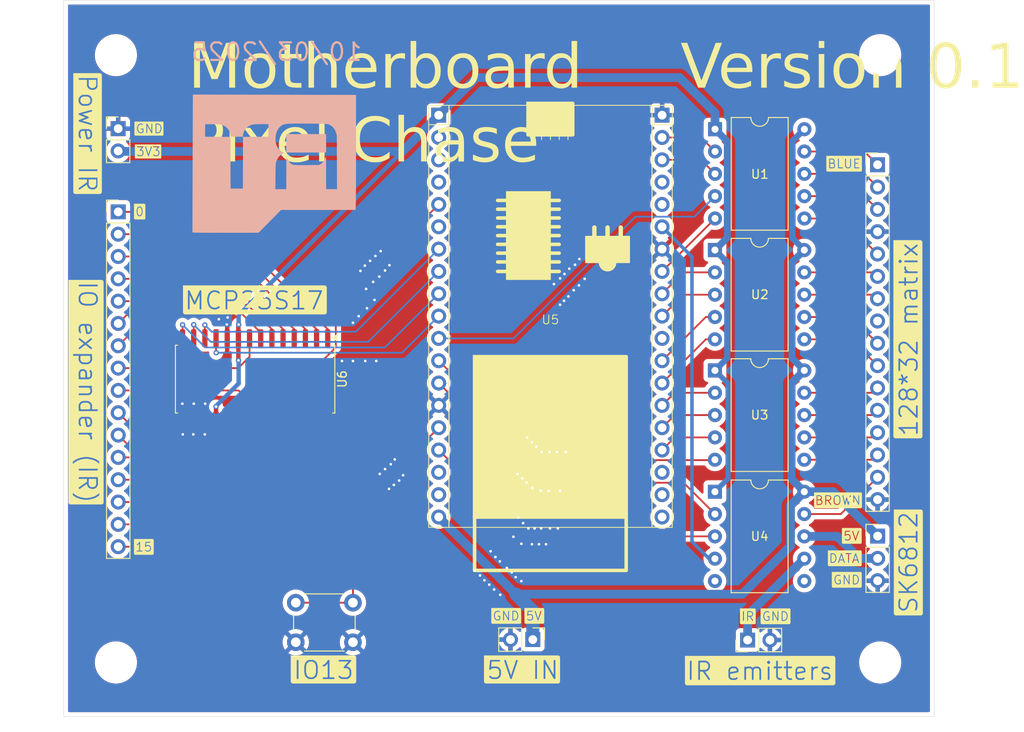
<source format=kicad_pcb>
(kicad_pcb (version 20240108) (generator "pcbnew") (generator_version "8.0")
  (layers (0 "F.Cu" signal) (31 "B.Cu" signal) (34 "B.Paste" user) (35 "F.Paste" user) (36 "B.SilkS" user "B.Silkscreen") (37 "F.SilkS" user "F.Silkscreen") (38 "B.Mask" user) (39 "F.Mask" user) (44 "Edge.Cuts" user))
  (net 0 "")
  (net 1 "+5V")
  (net 2 "GND")
  (net 3 "Net-(J2-Pin_1)")
  (net 4 "+3V3")
  (net 5 "Net-(J2-Pin_3)")
  (net 6 "Net-(J2-Pin_2)")
  (net 7 "Net-(J4-Pin_16)")
  (net 8 "Net-(J4-Pin_5)")
  (net 9 "SPI_CS")
  (net 10 "Net-(J4-Pin_3)")
  (net 11 "Net-(J4-Pin_6)")
  (net 12 "INTERRUPT")
  (net 13 "Net-(J4-Pin_8)")
  (net 14 "SPI_SCK")
  (net 15 "Net-(J4-Pin_13)")
  (net 16 "Net-(J4-Pin_4)")
  (net 17 "SPI_MISO")
  (net 18 "Net-(J4-Pin_12)")
  (net 19 "SPI_MOSI")
  (net 20 "Net-(J4-Pin_1)")
  (net 21 "Net-(J4-Pin_11)")
  (net 22 "Net-(J4-Pin_14)")
  (net 23 "Net-(J4-Pin_7)")
  (net 24 "Net-(J4-Pin_9)")
  (net 25 "Net-(J4-Pin_2)")
  (net 26 "Net-(J4-Pin_15)")
  (net 27 "Net-(J4-Pin_10)")
  (net 29 "Net-(J2-Pin_5)")
  (net 30 "Net-(U5-D13)")
  (net 31 "Net-(U1-L1)")
  (net 32 "Net-(U1-L4)")
  (net 33 "Net-(U1-L2)")
  (net 34 "B0")
  (net 35 "Net-(J2-Pin_9)")
  (net 36 "Net-(J2-Pin_15)")
  (net 37 "Net-(J2-Pin_10)")
  (net 38 "Net-(J2-Pin_11)")
  (net 39 "Net-(J2-Pin_14)")
  (net 40 "Net-(J2-Pin_12)")
  (net 41 "Net-(J2-Pin_13)")
  (net 42 "Net-(J2-Pin_6)")
  (net 43 "Net-(J2-Pin_7)")
  (net 44 "Net-(J3-Pin_2)")
  (net 45 "Net-(J6-Pin_1)")
  (net 46 "Net-(U2-L4)")
  (net 47 "Net-(U2-L1)")
  (net 48 "Net-(U2-L3)")
  (net 49 "Net-(U2-L2)")
  (net 50 "Net-(U3-L2)")
  (net 51 "Net-(U3-L1)")
  (net 52 "Net-(U3-L3)")
  (net 53 "LATCH")
  (net 55 "OE")
  (net 57 "IR_LED")
  (net 58 "SK6812")
  (footprint "Button_Switch_THT:SW_PUSH_6mm" (layer "F.Cu") (at 149.25 136.95 180)
    (property "Reference" "SW1" (hide yes))
    (property "Value" "SW_Push")
  )
  (footprint "Connector_PinHeader_2.54mm:PinHeader_1x02_P2.54mm_Vertical" (layer "F.Cu") (at 122.5525 78.51)
    (property "Reference" "J5" (hide yes))
    (property "Value" "Conn_01x02_3V3+GND IR_receivers")
  )
  (footprint "Connector_PinHeader_2.54mm:PinHeader_1x02_P2.54mm_Vertical" (layer "F.Cu") (at 194.125 136.7 90)
    (property "Reference" "J6" (hide yes))
    (property "Value" "Conn_01x02_IR_emitters")
  )
  (footprint "Package_DIP:DIP-10_W10.16mm" (layer "F.Cu") (at 190.41 119.825)
    (property "Reference" "U4")
    (property "Value" "~")
  )
  (footprint "Connector_PinHeader_2.54mm:PinHeader_1x16_P2.54mm_Vertical" (layer "F.Cu") (at 208.9 82.62)
    (property "Reference" "J2" (hide yes))
    (property "Value" "Conn_01x16_Matrix")
  )
  (footprint "Connector_PinHeader_2.54mm:PinHeader_1x03_P2.54mm_Vertical" (layer "F.Cu") (at 208.91 124.87)
    (property "Reference" "J3" (hide yes))
    (property "Value" "Conn_01x03_SK6812")
  )
  (footprint "Package_DIP:DIP-10_W10.16mm" (layer "F.Cu") (at 190.41 106.025)
    (property "Reference" "U3")
    (property "Value" "~")
  )
  (footprint "Package_SO:SOIC-28W_7.5x17.9mm_P1.27mm" (layer "F.Cu") (at 138.1275 107.01 -90)
    (property "Reference" "U6")
    (property "Value" "MCP23S17_SO")
  )
  (footprint "Package_DIP:DIP-10_W10.16mm" (layer "F.Cu") (at 190.42 78.575)
    (property "Reference" "U1")
    (property "Value" "~")
  )
  (footprint "MountingHole:MountingHole_4.3mm_M4" (layer "F.Cu") (at 209.2 139.25)
    (property "Reference" "H3" (hide yes))
    (property "Value" "MountingHole")
  )
  (footprint "MountingHole:MountingHole_4.3mm_M4" (layer "F.Cu") (at 209.2 70.15)
    (property "Reference" "H2" (hide yes))
    (property "Value" "MountingHole")
  )
  (footprint "MountingHole:MountingHole_4.3mm_M4" (layer "F.Cu") (at 122.3 139.25)
    (property "Reference" "H4" (hide yes))
    (property "Value" "MountingHole")
  )
  (footprint "custom symbols:esp32 dev module" (layer "F.Cu") (at 171.7 94.76)
    (property "Reference" "U5")
    (property "Value" "ESP32-S3 dev module")
  )
  (footprint "Connector_PinHeader_2.54mm:PinHeader_1x16_P2.54mm_Vertical" (layer "F.Cu") (at 122.5625 87.98)
    (property "Reference" "J4" (hide yes))
    (property "Value" "Conn_01x16_IR_receivers")
  )
  (footprint "Connector_PinHeader_2.54mm:PinHeader_1x02_P2.54mm_Vertical" (layer "F.Cu") (at 169.7 136.65 -90)
    (property "Reference" "J1" (hide yes))
    (property "Value" "Conn_01x02_5V_IN")
  )
  (footprint "MountingHole:MountingHole_4.3mm_M4" (layer "F.Cu") (at 122.3 70.15)
    (property "Reference" "H1" (hide yes))
    (property "Value" "MountingHole")
  )
  (footprint "Package_DIP:DIP-10_W10.16mm" (layer "F.Cu") (at 190.41 92.325)
    (property "Reference" "U2")
    (property "Value" "~")
  )
  (footprint "custom symbols:raphatech" (layer "B.Cu") (at 140.36773 81.998598 180)
    (property "Reference" "G***" (hide yes))
    (property "Value" "LOGO" (hide yes))
  )
  (gr_rect (start 211 122.1) (end 213.8 133.65) (stroke (width 0.5)) (fill none) (layer "F.SilkS"))
  (gr_rect (start 124.5 87.2) (end 125.5 88.7) (stroke (width 0.3)) (fill none) (layer "F.SilkS"))
  (gr_rect (start 201.825 120.05) (end 206.975 121.55) (stroke (width 0.3)) (fill none) (layer "F.SilkS"))
  (gr_rect (start 187.25 138.75) (end 203.85 141.6) (stroke (width 0.5)) (fill none) (layer "F.SilkS"))
  (gr_rect (start 117.15 95.975) (end 120.65 121.025) (stroke (width 0.5)) (fill none) (layer "F.SilkS"))
  (gr_rect (start 203.85 129.1) (end 206.95 130.6) (stroke (width 0.3)) (fill none) (layer "F.SilkS"))
  (gr_rect (start 203.4 126.65) (end 206.95 128.15) (stroke (width 0.3)) (fill none) (layer "F.SilkS"))
  (gr_rect (start 193.4 133.25) (end 194.9 134.75) (stroke (width 0.3)) (fill none) (layer "F.SilkS"))
  (gr_rect (start 142.425 138.7) (end 149.375 141.4) (stroke (width 0.5)) (fill none) (layer "F.SilkS"))
  (gr_rect (start 117.7 72.45) (end 120.45 85.7) (stroke (width 0.5)) (fill none) (layer "F.SilkS"))
  (gr_rect (start 124.5 125.35) (end 126.45 126.85) (stroke (width 0.3)) (fill none) (layer "F.SilkS"))
  (gr_rect (start 210.95 91.45) (end 213.75 113.5) (stroke (width 0.5)) (fill none) (layer "F.SilkS"))
  (gr_rect (start 165.125 133.2) (end 168.225 134.7) (stroke (width 0.3)) (fill none) (layer "F.SilkS"))
  (gr_rect (start 195.75 133.25) (end 198.85 134.75) (stroke (width 0.3)) (fill none) (layer "F.SilkS"))
  (gr_rect (start 203.225 81.75) (end 206.975 83.25) (stroke (width 0.3)) (fill none) (layer "F.SilkS"))
  (gr_rect (start 168.9 133.2) (end 170.85 134.7) (stroke (width 0.3)) (fill none) (layer "F.SilkS"))
  (gr_rect (start 164.4 138.7) (end 172.55 141.4) (stroke (width 0.5)) (fill none) (layer "F.SilkS"))
  (gr_rect (start 205 124.1) (end 206.95 125.6) (stroke (width 0.3)) (fill none) (layer "F.SilkS"))
  (gr_rect (start 130.175 96.6) (end 146.025 99.4) (stroke (width 0.5)) (fill none) (layer "F.SilkS"))
  (gr_rect (start 116.35 63.9) (end 215.35 145.4) (stroke (width 0.05)) (fill none) (layer "Edge.Cuts"))
  (gr_text "10/03/2025" (at 150.45 70.95 0) (layer "B.SilkS") (effects (font (size 2 2) (thickness 0.25)) (justify left bottom mirror)))
  (gr_text "IO expander (IR)" (at 117.9 95.75 270) (layer "F.SilkS" knockout) (effects (font (size 2 2) (thickness 0.2)) (justify left bottom)))
  (gr_text "DATA" (at 203.3 128 0) (layer "F.SilkS" knockout) (effects (font (size 1 1) (thickness 0.1)) (justify left bottom)))
  (gr_text "GND" (at 165.075 134.55 0) (layer "F.SilkS" knockout) (effects (font (size 1 1) (thickness 0.1)) (justify left bottom)))
  (gr_text "GND" (at 195.7 134.6 0) (layer "F.SilkS" knockout) (effects (font (size 1 1) (thickness 0.1)) (justify left bottom)))
  (gr_text "SK6812" (at 213.6 133.75 90) (layer "F.SilkS" knockout) (effects (font (size 2 2) (thickness 0.2)) (justify left bottom)))
  (gr_text "MCP23S17" (at 129.975 99.25 0) (layer "F.SilkS" knockout) (effects (font (size 2 2) (thickness 0.2)) (justify left bottom)))
  (gr_text "5V IN" (at 164.325 141.3 0) (layer "F.SilkS" knockout) (effects (font (size 2 2) (thickness 0.2)) (justify left bottom)))
  (gr_text "5V" (at 204.95 125.45 0) (layer "F.SilkS" knockout) (effects (font (size 1 1) (thickness 0.1)) (justify left bottom)))
  (gr_text "15" (at 124.45 126.7 0) (layer "F.SilkS" knockout) (effects (font (size 1 1) (thickness 0.1)) (justify left bottom)))
  (gr_text "0" (at 124.45 88.55 0) (layer "F.SilkS" knockout) (effects (font (size 1 1) (thickness 0.1)) (justify left bottom)))
  (gr_text "IR emitters" (at 187.05 141.4 0) (layer "F.SilkS" knockout) (effects (font (size 2 2) (thickness 0.2)) (justify left bottom)))
  (gr_text "GND" (at 203.8 130.45 0) (layer "F.SilkS" knockout) (effects (font (size 1 1) (thickness 0.1)) (justify left bottom)))
  (gr_text "128*32 matrix" (at 213.625 113.65 90) (layer "F.SilkS" knockout) (effects (font (size 2 2) (thickness 0.2)) (justify left bottom)))
  (gr_text "BLUE" (at 203.15 83.1 0) (layer "F.SilkS" knockout) (effects (font (size 1 1) (thickness 0.1)) (justify left bottom)))
  (gr_text "Motherboard     Version 0.1\nPixel Chase\n" (at 130.5 83.1 0) (layer "F.SilkS") (effects (font (size 5 5) (thickness 0.1)) (justify left bottom)))
  (gr_text "Power IR" (at 117.9 72.25 270) (layer "F.SilkS" knockout) (effects (font (size 2 2) (thickness 0.2)) (justify left bottom)))
  (gr_text "BROWN" (at 201.7 121.4 0) (layer "F.SilkS" knockout) (effects (font (size 1 1) (thickness 0.1)) (justify left bottom)))
  (gr_text "IR" (at 193.35 134.6 0) (layer "F.SilkS" knockout) (effects (font (size 1 1) (thickness 0.1)) (justify left bottom)))
  (gr_text "5V" (at 168.85 134.55 0) (layer "F.SilkS" knockout) (effects (font (size 1 1) (thickness 0.1)) (justify left bottom)))
  (gr_text "IO13" (at 142.35 141.3 0) (layer "F.SilkS" knockout) (effects (font (size 2 2) (thickness 0.2)) (justify left bottom)))
  (segment (start 159 122.7) (end 167.785 131.485) (width 1) (layer "B.Cu") (net 1))
  (segment (start 199.17 104.625) (end 200.57 106.025) (width 0.8) (layer "B.Cu") (net 1))
  (segment (start 199.12 107.475) (end 199.12 118.375) (width 0.9) (layer "B.Cu") (net 1))
  (segment (start 199 126) (end 199 121.395) (width 1) (layer "B.Cu") (net 1))
  (segment (start 200.57 92.325) (end 199.17 93.725) (width 0.8) (layer "B.Cu") (net 1))
  (segment (start 199.23 79.925) (end 199.23 90.985) (width 0.7) (layer "B.Cu") (net 1))
  (segment (start 203.865 119.825) (end 208.91 124.87) (width 1) (layer "B.Cu") (net 1))
  (segment (start 200.57 106.025) (end 199.12 107.475) (width 0.9) (layer "B.Cu") (net 1))
  (segment (start 199.23 90.985) (end 200.57 92.325) (width 0.7) (layer "B.Cu") (net 1))
  (segment (start 169.7 133.4) (end 169.7 136.65) (width 1.5) (layer "B.Cu") (net 1))
  (segment (start 199.12 118.375) (end 200.57 119.825) (width 0.9) (layer "B.Cu") (net 1))
  (segment (start 200.58 78.575) (end 199.23 79.925) (width 0.7) (layer "B.Cu") (net 1))
  (segment (start 199.17 93.725) (end 199.17 104.625) (width 0.8) (layer "B.Cu") (net 1))
  (segment (start 200.57 119.825) (end 203.865 119.825) (width 1) (layer "B.Cu") (net 1))
  (segment (start 193.515 131.485) (end 199 126) (width 1) (layer "B.Cu") (net 1))
  (segment (start 167.785 131.485) (end 193.515 131.485) (width 1) (layer "B.Cu") (net 1))
  (segment (start 199 121.395) (end 200.57 119.825) (width 1) (layer "B.Cu") (net 1))
  (segment (start 167.785 131.485) (end 169.7 133.4) (width 1.5) (layer "B.Cu") (net 1))
  (via (at 163.7 129.35) (size 0.6) (drill 0.3) (layers "F.Cu" "B.Cu") (net 2))
  (via (at 170.1 114.7) (size 0.6) (drill 0.3) (layers "F.Cu" "B.Cu") (net 2))
  (via (at 165.3 130.95) (size 0.6) (drill 0.3) (layers "F.Cu" "B.Cu") (net 2))
  (via (at 168.5 118.3) (size 0.6) (drill 0.3) (layers "F.Cu" "B.Cu") (net 2))
  (via (at 173.3 95.05) (size 0.6) (drill 0.3) (layers "F.Cu" "B.Cu") (net 2))
  (via (at 168.05 122.75) (size 0.6) (drill 0.3) (layers "F.Cu" "B.Cu") (net 2))
  (via (at 171.2 125.8) (size 0.6) (drill 0.3) (layers "F.Cu" "B.Cu") (net 2))
  (via (at 151.7 98) (size 0.6) (drill 0.3) (layers "F.Cu" "B.Cu") (net 2))
  (via (at 170.65 124) (size 0.6) (drill 0.3) (layers "F.Cu" "B.Cu") (net 2))
  (via (at 173.75 97.6) (size 0.6) (drill 0.3) (layers "F.Cu" "B.Cu") (net 2))
  (via (at 134.9 100.8) (size 0.6) (drill 0.3) (layers "F.Cu" "B.Cu") (net 2))
  (via (at 171.6 115.3) (size 0.6) (drill 0.3) (layers "F.Cu" "B.Cu") (net 2))
  (via (at 168.4 130) (size 0.6) (drill 0.3) (layers "F.Cu" "B.Cu") (net 2))
  (via (at 164.75 130.4) (size 0.6) (drill 0.3) (layers "F.Cu" "B.Cu") (net 2))
  (via (at 174.95 96.35) (size 0.6) (drill 0.3) (layers "F.Cu" "B.Cu") (net 2))
  (via (at 165.45 127.25) (size 0.6) (drill 0.3) (layers "F.Cu" "B.Cu") (net 2))
  (via (at 174.5 94) (size 0.6) (drill 0.3) (layers "F.Cu" "B.Cu") (net 2))
  (via (at 131.1525 109.81) (size 0.6) (drill 0.3) (layers "F.Cu" "B.Cu") (net 2))
  (via (at 168.6 123.4) (size 0.6) (drill 0.3) (layers "F.Cu" "B.Cu") (net 2))
  (via (at 152.9 117.25) (size 0.6) (drill 0.3) (layers "F.Cu" "B.Cu") (net 2))
  (via (at 169.6 125.8) (size 0.6) (drill 0.3) (layers "F.Cu" "B.Cu") (net 2))
  (via (at 173.45 115.3) (size 0.6) (drill 0.3) (layers "F.Cu" "B.Cu") (net 2))
  (via (at 167.5 124.95) (size 0.6) (drill 0.3) (layers "F.Cu" "B.Cu") (net 2))
  (via (at 164.2 129.9) (size 0.6) (drill 0.3) (layers "F.Cu" "B.Cu") (net 2))
  (via (at 152.25 95.35) (size 0.6) (drill 0.3) (layers "F.Cu" "B.Cu") (net 2))
  (via (at 169 118.8) (size 0.6) (drill 0.3) (layers "F.Cu" "B.Cu") (net 2))
  (via (at 174.35 96.9) (size 0.6) (drill 0.3) (layers "F.Cu" "B.Cu") (net 2))
  (via (at 153.55 116.7) (size 0.6) (drill 0.3) (layers "F.Cu" "B.Cu") (net 2))
  (via (at 169.9 124) (size 0.6) (drill 0.3) (layers "F.Cu" "B.Cu") (net 2))
  (via (at 172.55 124) (size 0.6) (drill 0.3) (layers "F.Cu" "B.Cu") (net 2))
  (via (at 166 131.55) (size 0.6) (drill 0.3) (layers "F.Cu" "B.Cu") (net 2))
  (via (at 152.9 94.65) (size 0.6) (drill 0.3) (layers "F.Cu" "B.Cu") (net 2))
  (via (at 151.8 93) (size 0.6) (drill 0.3) (layers "F.Cu" "B.Cu") (net 2))
  (via (at 173.85 94.45) (size 0.6) (drill 0.3) (layers "F.Cu" "B.Cu") (net 2))
  (via (at 169.05 113.65) (size 0.6) (drill 0.3) (layers "F.Cu" "B.Cu") (net 2))
  (via (at 172.8 95.55) (size 0.6) (drill 0.3) (layers "F.Cu" "B.Cu") (net 2))
  (via (at 170.7 115.3) (size 0.6) (drill 0.3) (layers "F.Cu" "B.Cu") (net 2))
  (via (at 150.1 94.7) (size 0.6) (drill 0.3) (layers "F.Cu" "B.Cu") (net 2))
  (via (at 148 104.95) (size 0.6) (drill 0.3) (layers "F.Cu" "B.Cu") (net 2))
  (via (at 169.65 119.4) (size 0.6) (drill 0.3) (layers "F.Cu" "B.Cu") (net 2))
  (via (at 153.35 119.5) (size 0.6) (drill 0.3) (layers "F.Cu" "B.Cu") (net 2))
  (via (at 172.45 115.3) (size 0.6) (drill 0.3) (layers "F.Cu" "B.Cu") (net 2))
  (via (at 151.55 95.95) (size 0.6) (drill 0.3) (layers "F.Cu" "B.Cu") (net 2))
  (via (at 175 93.35) (size 0.6) (drill 0.3) (layers "F.Cu" "B.Cu") (net 2))
  (via (at 129.9 113.3) (size 0.6) (drill 0.3) (layers "F.Cu" "B.Cu") (net 2))
  (via (at 134 100.2) (size 0.6) (drill 0.3) (layers "F.Cu" "B.Cu") (net 2))
  (via (at 135 100) (size 0.6) (drill 0.3) (layers "F.Cu" "B.Cu") (net 2))
  (via (at 168.4 125.75) (size 0.6) (drill 0.3) (layers "F.Cu" "B.Cu") (net 2))
  (via (at 167.75 129.55) (size 0.6) (drill 0.3) (layers "F.Cu" "B.Cu") (net 2))
  (via (at 154.5 118.55) (size 0.6) (drill 0.3) (layers "F.Cu" "B.Cu") (net 2))
  (via (at 129.8525 109.81) (size 0.6) (drill 0.3) (layers "F.Cu" "B.Cu") (net 2))
  (via (at 154.95 117.95) (size 0.6) (drill 0.3) (layers "F.Cu" "B.Cu") (net 2))
  (via (at 132.4525 109.81) (size 0.6) (drill 0.3) (layers "F.Cu" "B.Cu") (net 2))
  (via (at 131.1 113.3) (size 0.6) (drill 0.3) (layers "F.Cu" "B.Cu") (net 2))
  (via (at 175.6 95.6) (size 0.6) (drill 0.3) (layers "F.Cu" "B.Cu") (net 2))
  (via (at 150.75 96.75) (size 0.6) (drill 0.3) (layers "F.Cu" "B.Cu") (net 2))
  (via (at 167.95 117.8) (size 0.6) (drill 0.3) (layers "F.Cu" "B.Cu") (net 2))
  (via (at 169.2 124) (size 0.6) (drill 0.3) (layers "F.Cu" "B.Cu") (net 2))
  (via (at 151.2 93.55) (size 0.6) (drill 0.3) (layers "F.Cu" "B.Cu") (net 2))
  (via (at 153.9 119.05) (size 0.6) (drill 0.3) (layers "F.Cu" "B.Cu") (net 2))
  (via (at 152.4 92.45) (size 0.6) (drill 0.3) (layers "F.Cu" "B.Cu") (net 2))
  (via (at 163.1 128.8) (size 0.6) (drill 0.3) (layers "F.Cu" "B.Cu") (net 2))
  (via (at 171.65 124) (size 0.6) (drill 0.3) (layers "F.Cu" "B.Cu") (net 2))
  (via (at 149.9 99.85) (size 0.6) (drill 0.3) (layers "F.Cu" "B.Cu") (net 2))
  (via (at 150.85 98.95) (size 0.6) (drill 0.3) (layers "F.Cu" "B.Cu") (net 2))
  (via (at 149.25 100.6) (size 0.6) (drill 0.3) (layers "F.Cu" "B.Cu") (net 2))
  (via (at 167.3 129) (size 0.6) (drill 0.3) (layers "F.Cu" "B.Cu") (net 2))
  (via (at 150.65 104.95) (size 0.6) (drill 0.3) (layers "F.Cu" "B.Cu") (net 2))
  (via (at 170.4 125.8) (size 0.6) (drill 0.3) (layers "F.Cu" "B.Cu") (net 2))
  (via (at 171.5 119.75) (size 0.6) (drill 0.3) (layers "F.Cu" "B.Cu") (net 2))
  (via (at 172.8 98.55) (size 0.6) (drill 0.3) (layers "F.Cu" "B.Cu") (net 2))
  (via (at 172.1 96.2) (size 0.6) (drill 0.3) (layers "F.Cu" "B.Cu") (net 2))
  (via (at 132.4 113.3) (size 0.6) (drill 0.3) (layers "F.Cu" "B.Cu") (net 2))
  (via (at 151.9 104.95) (size 0.6) (drill 0.3) (layers "F.Cu" "B.Cu") (net 2))
  (via (at 169.6 114.2) (size 0.6) (drill 0.3) (layers "F.Cu" "B.Cu") (net 2))
  (via (at 173.25 98.1) (size 0.6) (drill 0.3) (layers "F.Cu" "B.Cu") (net 2))
  (via (at 172.8 119.75) (size 0.6) (drill 0.3) (layers "F.Cu" "B.Cu") (net 2))
  (via (at 154 116.15) (size 0.6) (drill 0.3) (layers "F.Cu" "B.Cu") (net 2))
  (via (at 166.75 128.5) (size 0.6) (drill 0.3) (layers "F.Cu" "B.Cu") (net 2))
  (via (at 164.9 126.6) (size 0.6) (drill 0.3) (layers "F.Cu" "B.Cu") (net 2))
  (via (at 165.95 127.75) (size 0.6) (drill 0.3) (layers "F.Cu" "B.Cu") (net 2))
  (via (at 149.25 104.95) (size 0.6) (drill 0.3) (layers "F.Cu" "B.Cu") (net 2))
  (via (at 153.4 94.05) (size 0.6) (drill 0.3) (layers "F.Cu" "B.Cu") (net 2))
  (via (at 170.6 119.7) (size 0.6) (drill 0.3) (layers "F.Cu" "B.Cu") (net 2))
  (via (at 152.3 117.8) (size 0.6) (drill 0.3) (layers "F.Cu" "B.Cu") (net 2))
  (via (at 150.6 94.1) (size 0.6) (drill 0.3) (layers "F.Cu" "B.Cu") (net 2))
  (segment (start 200.58 81.115) (end 207.395 81.115) (width 0.2) (layer "F.Cu") (net 3))
  (segment (start 207.395 81.115) (end 208.9 82.62) (width 0.2) (layer "F.Cu") (net 3))
  (segment (start 136.2225 104.87) (end 136.233235 104.880735) (width 0.5) (layer "F.Cu") (net 4))
  (segment (start 136.2225 102.36) (end 136.2225 100.84) (width 0.5) (layer "F.Cu") (net 4))
  (segment (start 136.2225 102.36) (end 136.2225 104.87) (width 0.5) (layer "F.Cu") (net 4))
  (segment (start 133.6825 111.66) (end 133.6825 110.14) (width 0.5) (layer "F.Cu") (net 4))
  (segment (start 136.2225 100.84) (end 136.2525 100.81) (width 0.2) (layer "F.Cu") (net 4))
  (via (at 136.2525 100.81) (size 0.6) (drill 0.3) (layers "F.Cu" "B.Cu") (net 4))
  (via (at 136.233235 104.880735) (size 0.6) (drill 0.3) (layers "F.Cu" "B.Cu") (net 4))
  (via (at 133.6825 110.14) (size 0.6) (drill 0.3) (layers "F.Cu" "B.Cu") (net 4))
  (segment (start 191.91 107.525) (end 190.41 106.025) (width 0.6) (layer "B.Cu") (net 4))
  (segment (start 191.82 79.975) (end 190.42 78.575) (width 0.8) (layer "B.Cu") (net 4))
  (segment (start 136.2525 107.51) (end 133.6825 110.08) (width 0.5) (layer "B.Cu") (net 4))
  (segment (start 122.5525 81.05) (end 122.6025 81.1) (width 1) (layer "B.Cu") (net 4))
  (segment (start 190.41 119.825) (end 191.91 118.325) (width 0.6) (layer "B.Cu") (net 4))
  (segment (start 191.82 90.915) (end 191.82 79.975) (width 0.8) (layer "B.Cu") (net 4))
  (segment (start 136.2525 99.7275) (end 136.2525 100.81) (width 0.5) (layer "B.Cu") (net 4))
  (segment (start 159 76.98) (end 163.28 72.7) (width 1) (layer "B.Cu") (net 4))
  (segment (start 191.81 93.725) (end 191.81 104.625) (width 0.7) (layer "B.Cu") (net 4))
  (segment (start 122.6025 81.1) (end 154.88 81.1) (width 1) (layer "B.Cu") (net 4))
  (segment (start 191.81 104.625) (end 190.41 106.025) (width 0.7) (layer "B.Cu") (net 4))
  (segment (start 190.41 92.325) (end 191.82 90.915) (width 0.8) (layer "B.Cu") (net 4))
  (segment (start 163.28 72.7) (end 186.4 72.7) (width 1) (layer "B.Cu") (net 4))
  (segment (start 154.88 81.1) (end 159 76.98) (width 1) (layer "B.Cu") (net 4))
  (segment (start 136.2525 104.9) (end 136.2525 107.51) (width 0.5) (layer "B.Cu") (net 4))
  (segment (start 154.88 81.1) (end 136.2525 99.7275) (width 0.5) (layer "B.Cu") (net 4))
  (segment (start 133.6825 110.08) (end 133.6825 110.14) (width 0.5) (layer "B.Cu") (net 4))
  (segment (start 191.91 118.325) (end 191.91 107.525) (width 0.6) (layer "B.Cu") (net 4))
  (segment (start 190.41 92.325) (end 191.81 93.725) (width 0.7) (layer "B.Cu") (net 4))
  (segment (start 136.233235 104.880735) (end 136.2525 104.9) (width 0.5) (layer "B.Cu") (net 4))
  (segment (start 190.42 76.72) (end 190.42 78.575) (width 1) (layer "B.Cu") (net 4))
  (segment (start 186.4 72.7) (end 190.42 76.72) (width 1) (layer "B.Cu") (net 4))
  (segment (start 200.58 86.195) (end 207.395 86.195) (width 0.2) (layer "F.Cu") (net 5))
  (segment (start 207.395 86.195) (end 208.9 87.7) (width 0.2) (layer "F.Cu") (net 5))
  (segment (start 207.395 83.655) (end 208.9 85.16) (width 0.2) (layer "F.Cu") (net 6))
  (segment (start 200.58 83.655) (end 207.395 83.655) (width 0.2) (layer "F.Cu") (net 6))
  (segment (start 146.3825 112.684999) (end 146.3825 111.66) (width 0.2) (layer "F.Cu") (net 7))
  (segment (start 122.5625 126.08) (end 132.987499 126.08) (width 0.2) (layer "F.Cu") (net 7))
  (segment (start 132.987499 126.08) (end 146.3825 112.684999) (width 0.2) (layer "F.Cu") (net 7))
  (segment (start 122.5625 98.14) (end 138.107499 98.14) (width 0.2) (layer "F.Cu") (net 8))
  (segment (start 141.3025 101.335001) (end 141.3025 102.36) (width 0.2) (layer "F.Cu") (net 8))
  (segment (start 138.107499 98.14) (end 141.3025 101.335001) (width 0.2) (layer "F.Cu") (net 8))
  (segment (start 133.6825 102.36) (end 133.6825 103.9925) (width 0.2) (layer "F.Cu") (net 9))
  (segment (start 133.6825 103.9925) (end 133.7 104.01) (width 0.2) (layer "F.Cu") (net 9))
  (via (at 133.7 104.01) (size 0.6) (drill 0.3) (layers "F.Cu" "B.Cu") (net 9))
  (segment (start 154.83 104.01) (end 133.7 104.01) (width 0.2) (layer "B.Cu") (net 9))
  (segment (start 159 99.84) (end 154.83 104.01) (width 0.2) (layer "B.Cu") (net 9))
  (segment (start 122.5625 93.06) (end 135.567499 93.06) (width 0.2) (layer "F.Cu") (net 10))
  (segment (start 143.8425 101.335001) (end 143.8425 102.36) (width 0.2) (layer "F.Cu") (net 10))
  (segment (start 135.567499 93.06) (end 143.8425 101.335001) (width 0.2) (layer "F.Cu") (net 10))
  (segment (start 122.5625 100.68) (end 124.7025 98.54) (width 0.2) (layer "F.Cu") (net 11))
  (segment (start 124.7025 98.54) (end 137.237499 98.54) (width 0.2) (layer "F.Cu") (net 11))
  (segment (start 140.0325 101.335001) (end 140.0325 102.36) (width 0.2) (layer "F.Cu") (net 11))
  (segment (start 137.237499 98.54) (end 140.0325 101.335001) (width 0.2) (layer "F.Cu") (net 11))
  (segment (start 136.985 112.985) (end 136.2225 112.2225) (width 0.2) (layer "F.Cu") (net 12))
  (segment (start 159 87.14) (end 147.3 98.84) (width 0.2) (layer "F.Cu") (net 12))
  (segment (start 147.3 98.84) (end 147.3 103.4) (width 0.2) (layer "F.Cu") (net 12))
  (segment (start 137.833052 112.985) (end 136.985 112.985) (width 0.2) (layer "F.Cu") (net 12))
  (segment (start 141 109.7) (end 138.986948 109.7) (width 0.2) (layer "F.Cu") (net 12))
  (segment (start 136.2225 112.2225) (end 136.2225 111.66) (width 0.2) (layer "F.Cu") (net 12))
  (segment (start 138.0925 112.725552) (end 137.833052 112.985) (width 0.2) (layer "F.Cu") (net 12))
  (segment (start 136.2225 111.66) (end 134.9525 111.66) (width 0.2) (layer "F.Cu") (net 12))
  (segment (start 147.3 103.4) (end 141 109.7) (width 0.2) (layer "F.Cu") (net 12))
  (segment (start 138.986948 109.7) (end 138.0925 110.594448) (width 0.2) (layer "F.Cu") (net 12))
  (segment (start 138.0925 110.594448) (end 138.0925 112.725552) (width 0.2) (layer "F.Cu") (net 12))
  (segment (start 137.4925 102.36) (end 137.4925 104.47) (width 0.2) (layer "F.Cu") (net 13))
  (segment (start 136.2025 105.76) (end 122.5625 105.76) (width 0.2) (layer "F.Cu") (net 13))
  (segment (start 137.4925 104.47) (end 136.2025 105.76) (width 0.2) (layer "F.Cu") (net 13))
  (segment (start 132.4125 100.85) (end 132.4125 102.36) (width 0.2) (layer "F.Cu") (net 14))
  (via (at 132.4125 100.85) (size 0.6) (drill 0.3) (layers "F.Cu" "B.Cu") (net 14))
  (segment (start 133.1825 101.62) (end 149.6 101.62) (width 0.2) (layer "B.Cu") (net 14))
  (segment (start 149.6 101.62) (end 159 92.22) (width 0.2) (layer "B.Cu") (net 14))
  (segment (start 132.4125 100.85) (end 133.1825 101.62) (width 0.2) (layer "B.Cu") (net 14))
  (segment (start 142.5725 112.684999) (end 142.5725 111.66) (width 0.2) (layer "F.Cu") (net 15))
  (segment (start 136.797499 118.46) (end 142.5725 112.684999) (width 0.2) (layer "F.Cu") (net 15))
  (segment (start 122.5625 118.46) (end 136.797499 118.46) (width 0.2) (layer "F.Cu") (net 15))
  (segment (start 142.5725 101.335001) (end 142.5725 102.36) (width 0.2) (layer "F.Cu") (net 16))
  (segment (start 122.5625 95.6) (end 136.837499 95.6) (width 0.2) (layer "F.Cu") (net 16))
  (segment (start 136.837499 95.6) (end 142.5725 101.335001) (width 0.2) (layer "F.Cu") (net 16))
  (segment (start 131.1425 100.82) (end 131.1425 102.36) (width 0.2) (layer "F.Cu") (net 17))
  (via (at 131.1425 100.82) (size 0.6) (drill 0.3) (layers "F.Cu" "B.Cu") (net 17))
  (segment (start 133.0925 102.77) (end 150.99 102.77) (width 0.2) (layer "B.Cu") (net 17))
  (segment (start 131.1425 100.82) (end 133.0925 102.77) (width 0.2) (layer "B.Cu") (net 17))
  (segment (start 150.99 102.77) (end 159 94.76) (width 0.2) (layer "B.Cu") (net 17))
  (segment (start 141.3025 112.684999) (end 141.3025 111.66) (width 0.2) (layer "F.Cu") (net 18))
  (segment (start 138.067499 115.92) (end 141.3025 112.684999) (width 0.2) (layer "F.Cu") (net 18))
  (segment (start 122.5625 115.92) (end 138.067499 115.92) (width 0.2) (layer "F.Cu") (net 18))
  (segment (start 129.8725 100.83) (end 129.8725 102.36) (width 0.2) (layer "F.Cu") (net 19))
  (via (at 129.8725 100.83) (size 0.6) (drill 0.3) (layers "F.Cu" "B.Cu") (net 19))
  (segment (start 152.89 103.41) (end 159 97.3) (width 0.2) (layer "B.Cu") (net 19))
  (segment (start 129.8725 100.83) (end 132.4525 103.41) (width 0.2) (layer "B.Cu") (net 19))
  (segment (start 132.4525 103.41) (end 152.89 103.41) (width 0.2) (layer "B.Cu") (net 19))
  (segment (start 133.027499 87.98) (end 146.3825 101.335001) (width 0.2) (layer "F.Cu") (net 20))
  (segment (start 122.5625 87.98) (end 133.027499 87.98) (width 0.2) (layer "F.Cu") (net 20))
  (segment (start 146.3825 101.335001) (end 146.3825 102.36) (width 0.2) (layer "F.Cu") (net 20))
  (segment (start 122.5625 113.38) (end 124.1825 115) (width 0.2) (layer "F.Cu") (net 21))
  (segment (start 137.717499 115) (end 140.0325 112.684999) (width 0.2) (layer "F.Cu") (net 21))
  (segment (start 124.1825 115) (end 137.717499 115) (width 0.2) (layer "F.Cu") (net 21))
  (segment (start 140.0325 112.684999) (end 140.0325 111.66) (width 0.2) (layer "F.Cu") (net 21))
  (segment (start 143.8425 112.684999) (end 143.8425 111.66) (width 0.2) (layer "F.Cu") (net 22))
  (segment (start 122.5625 121) (end 135.527499 121) (width 0.2) (layer "F.Cu") (net 22))
  (segment (start 135.527499 121) (end 143.8425 112.684999) (width 0.2) (layer "F.Cu") (net 22))
  (segment (start 122.5625 103.22) (end 126.8425 98.94) (width 0.2) (layer "F.Cu") (net 23))
  (segment (start 138.7625 101.72) (end 138.7625 102.36) (width 0.2) (layer "F.Cu") (net 23))
  (segment (start 135.9825 98.94) (end 138.7625 101.72) (width 0.2) (layer "F.Cu") (net 23))
  (segment (start 126.8425 98.94) (end 135.9825 98.94) (width 0.2) (layer "F.Cu") (net 23))
  (segment (start 137.4925 109.55) (end 137.4925 111.66) (width 0.2) (layer "F.Cu") (net 24))
  (segment (start 122.5625 108.3) (end 136.2425 108.3) (width 0.2) (layer "F.Cu") (net 24))
  (segment (start 136.2425 108.3) (end 137.4925 109.55) (width 0.2) (layer "F.Cu") (net 24))
  (segment (start 122.5625 90.52) (end 134.297499 90.52) (width 0.2) (layer "F.Cu") (net 25))
  (segment (start 145.1125 101.335001) (end 145.1125 102.36) (width 0.2) (layer "F.Cu") (net 25))
  (segment (start 134.297499 90.52) (end 145.1125 101.335001) (width 0.2) (layer "F.Cu") (net 25))
  (segment (start 134.257499 123.54) (end 145.1125 112.684999) (width 0.2) (layer "F.Cu") (net 26))
  (segment (start 145.1125 112.684999) (end 145.1125 111.66) (width 0.2) (layer "F.Cu") (net 26))
  (segment (start 122.5625 123.54) (end 134.257499 123.54) (width 0.2) (layer "F.Cu") (net 26))
  (segment (start 122.5625 110.84) (end 125.9225 114.2) (width 0.2) (layer "F.Cu") (net 27))
  (segment (start 137.247499 114.2) (end 138.7625 112.684999) (width 0.2) (layer "F.Cu") (net 27))
  (segment (start 125.9225 114.2) (end 137.247499 114.2) (width 0.2) (layer "F.Cu") (net 27))
  (segment (start 138.7625 112.684999) (end 138.7625 111.66) (width 0.2) (layer "F.Cu") (net 27))
  (segment (start 200.58 88.735) (end 204.855 88.735) (width 0.2) (layer "F.Cu") (net 29))
  (segment (start 204.855 88.735) (end 208.9 92.78) (width 0.2) (layer "F.Cu") (net 29))
  (segment (start 159 112.54) (end 149.25 122.29) (width 0.2) (layer "F.Cu") (net 30))
  (segment (start 149.25 122.29) (end 149.25 132.45) (width 0.2) (layer "F.Cu") (net 30))
  (segment (start 149.25 132.45) (end 142.75 132.45) (width 0.2) (layer "F.Cu") (net 30))
  (segment (start 188.825 79.52) (end 190.42 81.115) (width 0.2) (layer "F.Cu") (net 31))
  (segment (start 184.4 79.52) (end 188.825 79.52) (width 0.2) (layer "F.Cu") (net 31))
  (segment (start 184.4 94.76) (end 190.425 88.735) (width 0.2) (layer "F.Cu") (net 32))
  (segment (start 184.4 82.06) (end 188.825 82.06) (width 0.2) (layer "F.Cu") (net 33))
  (segment (start 188.825 82.06) (end 190.42 83.655) (width 0.2) (layer "F.Cu") (net 33))
  (segment (start 190.42 86.195) (end 188.085 88.53) (width 0.2) (layer "B.Cu") (net 34))
  (segment (start 181.37 88.53) (end 167.52 102.38) (width 0.2) (layer "B.Cu") (net 34))
  (segment (start 167.52 102.38) (end 159 102.38) (width 0.2) (layer "B.Cu") (net 34))
  (segment (start 188.085 88.53) (end 181.37 88.53) (width 0.2) (layer "B.Cu") (net 34))
  (segment (start 205.905 99.945) (end 208.9 102.94) (width 0.2) (layer "F.Cu") (net 35))
  (segment (start 200.57 99.945) (end 205.905 99.945) (width 0.2) (layer "F.Cu") (net 35))
  (segment (start 200.57 122.365) (end 204.715 122.365) (width 0.2) (layer "F.Cu") (net 36))
  (segment (start 204.715 122.365) (end 208.9 118.18) (width 0.2) (layer "F.Cu") (net 36))
  (segment (start 205.905 102.485) (end 208.9 105.48) (width 0.2) (layer "F.Cu") (net 37))
  (segment (start 200.57 102.485) (end 205.905 102.485) (width 0.2) (layer "F.Cu") (net 37))
  (segment (start 208.355 108.565) (end 208.9 108.02) (width 0.2) (layer "F.Cu") (net 38))
  (segment (start 200.57 108.565) (end 208.355 108.565) (width 0.2) (layer "F.Cu") (net 38))
  (segment (start 208.355 116.185) (end 208.9 115.64) (width 0.2) (layer "F.Cu") (net 39))
  (segment (start 200.57 116.185) (end 208.355 116.185) (width 0.2) (layer "F.Cu") (net 39))
  (segment (start 200.57 111.105) (end 208.355 111.105) (width 0.2) (layer "F.Cu") (net 40))
  (segment (start 208.355 111.105) (end 208.9 110.56) (width 0.2) (layer "F.Cu") (net 40))
  (segment (start 208.355 113.645) (end 208.9 113.1) (width 0.2) (layer "F.Cu") (net 41))
  (segment (start 200.57 113.645) (end 208.355 113.645) (width 0.2) (layer "F.Cu") (net 41))
  (segment (start 208.445 94.865) (end 208.9 95.32) (width 0.2) (layer "F.Cu") (net 42))
  (segment (start 200.57 94.865) (end 208.445 94.865) (width 0.2) (layer "F.Cu") (net 42))
  (segment (start 208.445 97.405) (end 208.9 97.86) (width 0.2) (layer "F.Cu") (net 43))
  (segment (start 200.57 97.405) (end 208.445 97.405) (width 0.2) (layer "F.Cu") (net 43))
  (segment (start 204.305 124.905) (end 206.81 127.41) (width 1) (layer "B.Cu") (net 44))
  (segment (start 200.57 124.905) (end 204.305 124.905) (width 1) (layer "B.Cu") (net 44))
  (segment (start 206.81 127.41) (end 208.91 127.41) (width 1) (layer "B.Cu") (net 44))
  (segment (start 194.125 136.7) (end 194.125 133.89) (width 1) (layer "B.Cu") (net 45))
  (segment (start 194.125 133.89) (end 200.57 127.445) (width 1) (layer "B.Cu") (net 45))
  (segment (start 189.375 102.485) (end 184.4 107.46) (width 0.2) (layer "F.Cu") (net 46))
  (segment (start 190.41 102.485) (end 189.375 102.485) (width 0.2) (layer "F.Cu") (net 46))
  (segment (start 186.835 94.865) (end 184.4 97.3) (width 0.2) (layer "F.Cu") (net 47))
  (segment (start 190.41 94.865) (end 186.835 94.865) (width 0.2) (layer "F.Cu") (net 47))
  (segment (start 189.375 99.945) (end 184.4 104.92) (width 0.2) (layer "F.Cu") (net 48))
  (segment (start 190.41 99.945) (end 189.375 99.945) (width 0.2) (layer "F.Cu") (net 48))
  (segment (start 186.835 97.405) (end 184.4 99.84) (width 0.2) (layer "F.Cu") (net 49))
  (segment (start 190.41 97.405) (end 186.835 97.405) (width 0.2) (layer "F.Cu") (net 49))
  (segment (start 190.41 111.105) (end 185.835 111.105) (width 0.2) (layer "F.Cu") (net 50))
  (segment (start 185.835 111.105) (end 184.4 112.54) (width 0.2) (layer "F.Cu") (net 50))
  (segment (start 185.835 108.565) (end 184.4 110) (width 0.2) (layer "F.Cu") (net 51))
  (segment (start 190.41 108.565) (end 185.835 108.565) (width 0.2) (layer "F.Cu") (net 51))
  (segment (start 185.835 113.645) (end 184.4 115.08) (width 0.2) (layer "F.Cu") (net 52))
  (segment (start 190.41 113.645) (end 185.835 113.645) (width 0.2) (layer "F.Cu") (net 52))
  (segment (start 190.41 116.185) (end 190.365 116.23) (width 0.2) (layer "F.Cu") (net 53))
  (segment (start 170.31 116.23) (end 159 104.92) (width 0.2) (layer "F.Cu") (net 53))
  (segment (start 190.365 116.23) (end 170.31 116.23) (width 0.2) (layer "F.Cu") (net 53))
  (segment (start 186.845 118.8) (end 170.34 118.8) (width 0.2) (layer "F.Cu") (net 55))
  (segment (start 190.41 122.365) (end 186.845 118.8) (width 0.2) (layer "F.Cu") (net 55))
  (segment (start 170.34 118.8) (end 159 107.46) (width 0.2) (layer "F.Cu") (net 55))
  (segment (start 184.4 89.7) (end 184.4 89.68) (width 0.4) (layer "B.Cu") (net 57))
  (segment (start 189.745 127.445) (end 187.8 125.5) (width 0.4) (layer "B.Cu") (net 57))
  (segment (start 187.8 93.1) (end 184.4 89.7) (width 0.4) (layer "B.Cu") (net 57))
  (segment (start 190.41 127.445) (end 189.745 127.445) (width 0.4) (layer "B.Cu") (net 57))
  (segment (start 187.8 125.5) (end 187.8 93.1) (width 0.4) (layer "B.Cu") (net 57))
  (segment (start 168.825 124.905) (end 159 115.08) (width 0.2) (layer "F.Cu") (net 58))
  (segment (start 190.41 124.905) (end 168.825 124.905) (width 0.2) (layer "F.Cu") (net 58))
  (zone (net 2) (net_name "GND") (layers "F&B.Cu") (connect_pads (clearance 0.5)) (min_thickness 0.25) (fill yes (thermal_gap 0.5) (thermal_bridge_width 0.5))
    (polygon (pts (xy 116.25 64.25) (xy 215.55 63.95) (xy 215.25 145.45) (xy 115.95 145.75)))
  )
)
</source>
